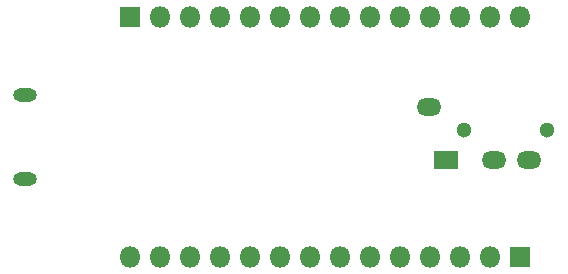
<source format=gbr>
%TF.GenerationSoftware,KiCad,Pcbnew,(5.1.6)-1*%
%TF.CreationDate,2020-10-01T22:55:38-05:00*%
%TF.ProjectId,VS1000SimpleBreakout,56533130-3030-4536-996d-706c65427265,rev?*%
%TF.SameCoordinates,Original*%
%TF.FileFunction,Soldermask,Bot*%
%TF.FilePolarity,Negative*%
%FSLAX46Y46*%
G04 Gerber Fmt 4.6, Leading zero omitted, Abs format (unit mm)*
G04 Created by KiCad (PCBNEW (5.1.6)-1) date 2020-10-01 22:55:38*
%MOMM*%
%LPD*%
G01*
G04 APERTURE LIST*
%ADD10O,1.800000X1.800000*%
%ADD11R,1.800000X1.800000*%
%ADD12C,1.300000*%
%ADD13O,2.100000X1.500000*%
%ADD14R,2.100000X1.500000*%
%ADD15O,2.000000X1.150000*%
G04 APERTURE END LIST*
D10*
%TO.C,J1*%
X119380000Y-76200000D03*
X121920000Y-76200000D03*
X124460000Y-76200000D03*
X127000000Y-76200000D03*
X129540000Y-76200000D03*
X132080000Y-76200000D03*
X134620000Y-76200000D03*
X137160000Y-76200000D03*
X139700000Y-76200000D03*
X142240000Y-76200000D03*
X144780000Y-76200000D03*
X147320000Y-76200000D03*
X149860000Y-76200000D03*
D11*
X152400000Y-76200000D03*
%TD*%
D12*
%TO.C,J2*%
X147702400Y-65500000D03*
X154702400Y-65500000D03*
D13*
X153202400Y-68000000D03*
X150202400Y-68000000D03*
D14*
X146202400Y-68000000D03*
D13*
X144702400Y-63500000D03*
%TD*%
D15*
%TO.C,J3*%
X110560000Y-62465000D03*
X110560000Y-69615000D03*
%TD*%
D11*
%TO.C,J4*%
X119380000Y-55880000D03*
D10*
X121920000Y-55880000D03*
X124460000Y-55880000D03*
X127000000Y-55880000D03*
X129540000Y-55880000D03*
X132080000Y-55880000D03*
X134620000Y-55880000D03*
X137160000Y-55880000D03*
X139700000Y-55880000D03*
X142240000Y-55880000D03*
X144780000Y-55880000D03*
X147320000Y-55880000D03*
X149860000Y-55880000D03*
X152400000Y-55880000D03*
%TD*%
M02*

</source>
